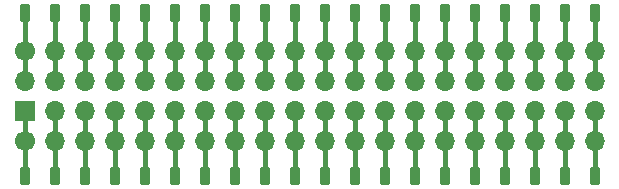
<source format=gbr>
%TF.GenerationSoftware,KiCad,Pcbnew,7.0.9-7.0.9~ubuntu22.04.1*%
%TF.CreationDate,2023-12-26T08:58:09-08:00*%
%TF.ProjectId,devel_adapter,64657665-6c5f-4616-9461-707465722e6b,rev?*%
%TF.SameCoordinates,Original*%
%TF.FileFunction,Copper,L2,Bot*%
%TF.FilePolarity,Positive*%
%FSLAX46Y46*%
G04 Gerber Fmt 4.6, Leading zero omitted, Abs format (unit mm)*
G04 Created by KiCad (PCBNEW 7.0.9-7.0.9~ubuntu22.04.1) date 2023-12-26 08:58:09*
%MOMM*%
%LPD*%
G01*
G04 APERTURE LIST*
G04 Aperture macros list*
%AMRoundRect*
0 Rectangle with rounded corners*
0 $1 Rounding radius*
0 $2 $3 $4 $5 $6 $7 $8 $9 X,Y pos of 4 corners*
0 Add a 4 corners polygon primitive as box body*
4,1,4,$2,$3,$4,$5,$6,$7,$8,$9,$2,$3,0*
0 Add four circle primitives for the rounded corners*
1,1,$1+$1,$2,$3*
1,1,$1+$1,$4,$5*
1,1,$1+$1,$6,$7*
1,1,$1+$1,$8,$9*
0 Add four rect primitives between the rounded corners*
20,1,$1+$1,$2,$3,$4,$5,0*
20,1,$1+$1,$4,$5,$6,$7,0*
20,1,$1+$1,$6,$7,$8,$9,0*
20,1,$1+$1,$8,$9,$2,$3,0*%
G04 Aperture macros list end*
%TA.AperFunction,ComponentPad*%
%ADD10R,1.700000X1.700000*%
%TD*%
%TA.AperFunction,ComponentPad*%
%ADD11O,1.700000X1.700000*%
%TD*%
%TA.AperFunction,ComponentPad*%
%ADD12C,1.700000*%
%TD*%
%TA.AperFunction,ComponentPad*%
%ADD13C,0.800000*%
%TD*%
%TA.AperFunction,SMDPad,CuDef*%
%ADD14RoundRect,0.225000X0.225000X-0.525000X0.225000X0.525000X-0.225000X0.525000X-0.225000X-0.525000X0*%
%TD*%
%TA.AperFunction,Conductor*%
%ADD15C,0.400000*%
%TD*%
G04 APERTURE END LIST*
D10*
%TO.P,J1,1,Pin_1*%
%TO.N,/PIN1*%
X125095000Y-96635000D03*
D11*
%TO.P,J1,2,Pin_2*%
%TO.N,/PIN40*%
X125095000Y-94095000D03*
%TO.P,J1,3,Pin_3*%
%TO.N,/PIN2*%
X127635000Y-96635000D03*
%TO.P,J1,4,Pin_4*%
%TO.N,/PIN39*%
X127635000Y-94095000D03*
%TO.P,J1,5,Pin_5*%
%TO.N,/PIN3*%
X130175000Y-96635000D03*
%TO.P,J1,6,Pin_6*%
%TO.N,/PIN38*%
X130175000Y-94095000D03*
%TO.P,J1,7,Pin_7*%
%TO.N,/PIN4*%
X132715000Y-96635000D03*
%TO.P,J1,8,Pin_8*%
%TO.N,/PIN37*%
X132715000Y-94095000D03*
%TO.P,J1,9,Pin_9*%
%TO.N,/PIN5*%
X135255000Y-96635000D03*
%TO.P,J1,10,Pin_10*%
%TO.N,/PIN36*%
X135255000Y-94095000D03*
%TO.P,J1,11,Pin_11*%
%TO.N,/PIN6*%
X137795000Y-96635000D03*
%TO.P,J1,12,Pin_12*%
%TO.N,/PIN35*%
X137795000Y-94095000D03*
%TO.P,J1,13,Pin_13*%
%TO.N,/PIN7*%
X140335000Y-96635000D03*
%TO.P,J1,14,Pin_14*%
%TO.N,/PIN34*%
X140335000Y-94095000D03*
%TO.P,J1,15,Pin_15*%
%TO.N,/PIN8*%
X142875000Y-96635000D03*
%TO.P,J1,16,Pin_16*%
%TO.N,/PIN33*%
X142875000Y-94095000D03*
%TO.P,J1,17,Pin_17*%
%TO.N,/PIN9*%
X145415000Y-96635000D03*
%TO.P,J1,18,Pin_18*%
%TO.N,/PIN32*%
X145415000Y-94095000D03*
%TO.P,J1,19,Pin_19*%
%TO.N,/PIN10*%
X147955000Y-96635000D03*
%TO.P,J1,20,Pin_20*%
%TO.N,/PIN31*%
X147955000Y-94095000D03*
%TO.P,J1,21,Pin_21*%
%TO.N,/PIN11*%
X150495000Y-96635000D03*
%TO.P,J1,22,Pin_22*%
%TO.N,/PIN30*%
X150495000Y-94095000D03*
%TO.P,J1,23,Pin_23*%
%TO.N,/PIN12*%
X153035000Y-96635000D03*
%TO.P,J1,24,Pin_24*%
%TO.N,/PIN29*%
X153035000Y-94095000D03*
%TO.P,J1,25,Pin_25*%
%TO.N,/PIN13*%
X155575000Y-96635000D03*
%TO.P,J1,26,Pin_26*%
%TO.N,/PIN28*%
X155575000Y-94095000D03*
%TO.P,J1,27,Pin_27*%
%TO.N,/PIN14*%
X158115000Y-96635000D03*
%TO.P,J1,28,Pin_28*%
%TO.N,/PIN27*%
X158115000Y-94095000D03*
%TO.P,J1,29,Pin_29*%
%TO.N,/PIN15*%
X160655000Y-96635000D03*
%TO.P,J1,30,Pin_30*%
%TO.N,/PIN26*%
X160655000Y-94095000D03*
%TO.P,J1,31,Pin_31*%
%TO.N,/PIN16*%
X163195000Y-96635000D03*
%TO.P,J1,32,Pin_32*%
%TO.N,/PIN25*%
X163195000Y-94095000D03*
%TO.P,J1,33,Pin_33*%
%TO.N,/PIN17*%
X165735000Y-96635000D03*
%TO.P,J1,34,Pin_34*%
%TO.N,/PIN24*%
X165735000Y-94095000D03*
%TO.P,J1,35,Pin_35*%
%TO.N,/PIN18*%
X168275000Y-96635000D03*
%TO.P,J1,36,Pin_36*%
%TO.N,/PIN23*%
X168275000Y-94095000D03*
%TO.P,J1,37,Pin_37*%
%TO.N,/PIN19*%
X170815000Y-96635000D03*
%TO.P,J1,38,Pin_38*%
%TO.N,/PIN22*%
X170815000Y-94095000D03*
%TO.P,J1,39,Pin_39*%
%TO.N,/PIN20*%
X173355000Y-96635000D03*
%TO.P,J1,40,Pin_40*%
%TO.N,/PIN21*%
X173355000Y-94095000D03*
%TD*%
%TO.P,J3,20,Pin_20*%
%TO.N,/PIN20*%
X173355000Y-99175000D03*
%TO.P,J3,19,Pin_19*%
%TO.N,/PIN19*%
X170815000Y-99175000D03*
%TO.P,J3,18,Pin_18*%
%TO.N,/PIN18*%
X168275000Y-99175000D03*
%TO.P,J3,17,Pin_17*%
%TO.N,/PIN17*%
X165735000Y-99175000D03*
%TO.P,J3,16,Pin_16*%
%TO.N,/PIN16*%
X163195000Y-99175000D03*
%TO.P,J3,15,Pin_15*%
%TO.N,/PIN15*%
X160655000Y-99175000D03*
%TO.P,J3,14,Pin_14*%
%TO.N,/PIN14*%
X158115000Y-99175000D03*
%TO.P,J3,13,Pin_13*%
%TO.N,/PIN13*%
X155575000Y-99175000D03*
%TO.P,J3,12,Pin_12*%
%TO.N,/PIN12*%
X153035000Y-99175000D03*
%TO.P,J3,11,Pin_11*%
%TO.N,/PIN11*%
X150495000Y-99175000D03*
%TO.P,J3,10,Pin_10*%
%TO.N,/PIN10*%
X147955000Y-99175000D03*
%TO.P,J3,9,Pin_9*%
%TO.N,/PIN9*%
X145415000Y-99175000D03*
%TO.P,J3,8,Pin_8*%
%TO.N,/PIN8*%
X142875000Y-99175000D03*
%TO.P,J3,7,Pin_7*%
%TO.N,/PIN7*%
X140335000Y-99175000D03*
%TO.P,J3,6,Pin_6*%
%TO.N,/PIN6*%
X137795000Y-99175000D03*
%TO.P,J3,5,Pin_5*%
%TO.N,/PIN5*%
X135255000Y-99175000D03*
%TO.P,J3,4,Pin_4*%
%TO.N,/PIN4*%
X132715000Y-99175000D03*
%TO.P,J3,3,Pin_3*%
%TO.N,/PIN3*%
X130175000Y-99175000D03*
%TO.P,J3,2,Pin_2*%
%TO.N,/PIN2*%
X127635000Y-99175000D03*
D12*
%TO.P,J3,1,Pin_1*%
%TO.N,/PIN1*%
X125095000Y-99175000D03*
%TD*%
%TO.P,J2,1,Pin_1*%
%TO.N,/PIN40*%
X125095000Y-91555000D03*
D11*
%TO.P,J2,2,Pin_2*%
%TO.N,/PIN39*%
X127635000Y-91555000D03*
%TO.P,J2,3,Pin_3*%
%TO.N,/PIN38*%
X130175000Y-91555000D03*
%TO.P,J2,4,Pin_4*%
%TO.N,/PIN37*%
X132715000Y-91555000D03*
%TO.P,J2,5,Pin_5*%
%TO.N,/PIN36*%
X135255000Y-91555000D03*
%TO.P,J2,6,Pin_6*%
%TO.N,/PIN35*%
X137795000Y-91555000D03*
%TO.P,J2,7,Pin_7*%
%TO.N,/PIN34*%
X140335000Y-91555000D03*
%TO.P,J2,8,Pin_8*%
%TO.N,/PIN33*%
X142875000Y-91555000D03*
%TO.P,J2,9,Pin_9*%
%TO.N,/PIN32*%
X145415000Y-91555000D03*
%TO.P,J2,10,Pin_10*%
%TO.N,/PIN31*%
X147955000Y-91555000D03*
%TO.P,J2,11,Pin_11*%
%TO.N,/PIN30*%
X150495000Y-91555000D03*
%TO.P,J2,12,Pin_12*%
%TO.N,/PIN29*%
X153035000Y-91555000D03*
%TO.P,J2,13,Pin_13*%
%TO.N,/PIN28*%
X155575000Y-91555000D03*
%TO.P,J2,14,Pin_14*%
%TO.N,/PIN27*%
X158115000Y-91555000D03*
%TO.P,J2,15,Pin_15*%
%TO.N,/PIN26*%
X160655000Y-91555000D03*
%TO.P,J2,16,Pin_16*%
%TO.N,/PIN25*%
X163195000Y-91555000D03*
%TO.P,J2,17,Pin_17*%
%TO.N,/PIN24*%
X165735000Y-91555000D03*
%TO.P,J2,18,Pin_18*%
%TO.N,/PIN23*%
X168275000Y-91555000D03*
%TO.P,J2,19,Pin_19*%
%TO.N,/PIN22*%
X170815000Y-91555000D03*
%TO.P,J2,20,Pin_20*%
%TO.N,/PIN21*%
X173355000Y-91555000D03*
%TD*%
D13*
%TO.P,SOCKET1,1,Pin_1*%
%TO.N,/PIN1*%
X125095000Y-102120000D03*
D14*
X125095000Y-102120000D03*
D13*
%TO.P,SOCKET1,2,Pin_2*%
%TO.N,/PIN2*%
X127635000Y-102120000D03*
D14*
X127635000Y-102120000D03*
D13*
%TO.P,SOCKET1,3,Pin_3*%
%TO.N,/PIN3*%
X130175000Y-102120000D03*
D14*
X130175000Y-102120000D03*
D13*
%TO.P,SOCKET1,4,Pin_4*%
%TO.N,/PIN4*%
X132715000Y-102120000D03*
D14*
X132715000Y-102120000D03*
D13*
%TO.P,SOCKET1,5,Pin_5*%
%TO.N,/PIN5*%
X135255000Y-102120000D03*
D14*
X135255000Y-102120000D03*
D13*
%TO.P,SOCKET1,6,Pin_6*%
%TO.N,/PIN6*%
X137795000Y-102120000D03*
D14*
X137795000Y-102120000D03*
D13*
%TO.P,SOCKET1,7,Pin_7*%
%TO.N,/PIN7*%
X140335000Y-102120000D03*
D14*
X140335000Y-102120000D03*
D13*
%TO.P,SOCKET1,8,Pin_8*%
%TO.N,/PIN8*%
X142875000Y-102120000D03*
D14*
X142875000Y-102120000D03*
D13*
%TO.P,SOCKET1,9,Pin_9*%
%TO.N,/PIN9*%
X145415000Y-102120000D03*
D14*
X145415000Y-102120000D03*
D13*
%TO.P,SOCKET1,10,Pin_10*%
%TO.N,/PIN10*%
X147955000Y-102120000D03*
D14*
X147955000Y-102120000D03*
D13*
%TO.P,SOCKET1,11,Pin_11*%
%TO.N,/PIN11*%
X150495000Y-102120000D03*
D14*
X150495000Y-102120000D03*
D13*
%TO.P,SOCKET1,12,Pin_12*%
%TO.N,/PIN12*%
X153035000Y-102120000D03*
D14*
X153035000Y-102120000D03*
D13*
%TO.P,SOCKET1,13,Pin_13*%
%TO.N,/PIN13*%
X155575000Y-102120000D03*
D14*
X155575000Y-102120000D03*
D13*
%TO.P,SOCKET1,14,Pin_14*%
%TO.N,/PIN14*%
X158115000Y-102120000D03*
D14*
X158115000Y-102120000D03*
D13*
%TO.P,SOCKET1,15,Pin_15*%
%TO.N,/PIN15*%
X160655000Y-102120000D03*
D14*
X160655000Y-102120000D03*
D13*
%TO.P,SOCKET1,16,Pin_16*%
%TO.N,/PIN16*%
X163195000Y-102120000D03*
D14*
X163195000Y-102120000D03*
D13*
%TO.P,SOCKET1,17,Pin_17*%
%TO.N,/PIN17*%
X165735000Y-102120000D03*
D14*
X165735000Y-102120000D03*
D13*
%TO.P,SOCKET1,18,Pin_18*%
%TO.N,/PIN18*%
X168275000Y-102120000D03*
D14*
X168275000Y-102120000D03*
D13*
%TO.P,SOCKET1,19,Pin_19*%
%TO.N,/PIN19*%
X170815000Y-102120000D03*
D14*
X170815000Y-102120000D03*
D13*
%TO.P,SOCKET1,20,Pin_20*%
%TO.N,/PIN20*%
X173355000Y-102120000D03*
D14*
X173355000Y-102120000D03*
D13*
%TO.P,SOCKET1,21,Pin_21*%
%TO.N,/PIN21*%
X173355000Y-88380000D03*
D14*
X173355000Y-88380000D03*
D13*
%TO.P,SOCKET1,22,Pin_22*%
%TO.N,/PIN22*%
X170815000Y-88380000D03*
D14*
X170815000Y-88380000D03*
D13*
%TO.P,SOCKET1,23,Pin_23*%
%TO.N,/PIN23*%
X168275000Y-88380000D03*
D14*
X168275000Y-88380000D03*
D13*
%TO.P,SOCKET1,24,Pin_24*%
%TO.N,/PIN24*%
X165735000Y-88380000D03*
D14*
X165735000Y-88380000D03*
D13*
%TO.P,SOCKET1,25,Pin_25*%
%TO.N,/PIN25*%
X163195000Y-88380000D03*
D14*
X163195000Y-88380000D03*
D13*
%TO.P,SOCKET1,26,Pin_26*%
%TO.N,/PIN26*%
X160655000Y-88380000D03*
D14*
X160655000Y-88380000D03*
D13*
%TO.P,SOCKET1,27,Pin_27*%
%TO.N,/PIN27*%
X158115000Y-88380000D03*
D14*
X158115000Y-88380000D03*
D13*
%TO.P,SOCKET1,28,Pin_28*%
%TO.N,/PIN28*%
X155575000Y-88380000D03*
D14*
X155575000Y-88380000D03*
D13*
%TO.P,SOCKET1,29,Pin_29*%
%TO.N,/PIN29*%
X153035000Y-88380000D03*
D14*
X153035000Y-88380000D03*
D13*
%TO.P,SOCKET1,30,Pin_30*%
%TO.N,/PIN30*%
X150495000Y-88380000D03*
D14*
X150495000Y-88380000D03*
D13*
%TO.P,SOCKET1,31,Pin_31*%
%TO.N,/PIN31*%
X147955000Y-88380000D03*
D14*
X147955000Y-88380000D03*
D13*
%TO.P,SOCKET1,32,Pin_32*%
%TO.N,/PIN32*%
X145415000Y-88380000D03*
D14*
X145415000Y-88380000D03*
D13*
%TO.P,SOCKET1,33,Pin_33*%
%TO.N,/PIN33*%
X142875000Y-88380000D03*
D14*
X142875000Y-88380000D03*
D13*
%TO.P,SOCKET1,34,Pin_34*%
%TO.N,/PIN34*%
X140335000Y-88380000D03*
D14*
X140335000Y-88380000D03*
D13*
%TO.P,SOCKET1,35,Pin_35*%
%TO.N,/PIN35*%
X137795000Y-88380000D03*
D14*
X137795000Y-88380000D03*
D13*
%TO.P,SOCKET1,36,Pin_36*%
%TO.N,/PIN36*%
X135255000Y-88380000D03*
D14*
X135255000Y-88380000D03*
D13*
%TO.P,SOCKET1,37,Pin_37*%
%TO.N,/PIN37*%
X132715000Y-88380000D03*
D14*
X132715000Y-88380000D03*
D13*
%TO.P,SOCKET1,38,Pin_38*%
%TO.N,/PIN38*%
X130175000Y-88380000D03*
D14*
X130175000Y-88380000D03*
D13*
%TO.P,SOCKET1,39,Pin_39*%
%TO.N,/PIN39*%
X127635000Y-88380000D03*
D14*
X127635000Y-88380000D03*
D13*
%TO.P,SOCKET1,40,Pin_40*%
%TO.N,/PIN40*%
X125095000Y-88380000D03*
D14*
X125095000Y-88380000D03*
%TD*%
D15*
%TO.N,/PIN1*%
X125095000Y-96635000D02*
X125095000Y-102120000D01*
%TO.N,/PIN2*%
X127635000Y-96635000D02*
X127635000Y-102120000D01*
%TO.N,/PIN3*%
X130175000Y-96635000D02*
X130175000Y-102120000D01*
%TO.N,/PIN4*%
X132715000Y-96635000D02*
X132715000Y-102120000D01*
%TO.N,/PIN5*%
X135255000Y-96635000D02*
X135255000Y-102120000D01*
%TO.N,/PIN6*%
X137795000Y-96635000D02*
X137795000Y-102120000D01*
%TO.N,/PIN7*%
X140335000Y-96635000D02*
X140335000Y-102120000D01*
%TO.N,/PIN8*%
X142875000Y-96635000D02*
X142875000Y-102120000D01*
%TO.N,/PIN9*%
X145415000Y-96635000D02*
X145415000Y-102120000D01*
%TO.N,/PIN10*%
X147955000Y-96635000D02*
X147955000Y-102120000D01*
%TO.N,/PIN11*%
X150495000Y-96635000D02*
X150495000Y-102120000D01*
%TO.N,/PIN12*%
X153035000Y-96635000D02*
X153035000Y-102120000D01*
%TO.N,/PIN13*%
X155575000Y-96635000D02*
X155575000Y-102120000D01*
%TO.N,/PIN14*%
X158115000Y-96635000D02*
X158115000Y-102120000D01*
%TO.N,/PIN16*%
X163195000Y-96635000D02*
X163195000Y-102120000D01*
%TO.N,/PIN17*%
X165735000Y-96635000D02*
X165735000Y-102120000D01*
%TO.N,/PIN18*%
X168275000Y-96635000D02*
X168275000Y-102120000D01*
%TO.N,/PIN19*%
X170815000Y-96635000D02*
X170815000Y-102120000D01*
%TO.N,/PIN20*%
X173355000Y-96635000D02*
X173355000Y-102120000D01*
%TO.N,/PIN21*%
X173355000Y-88380000D02*
X173355000Y-94095000D01*
%TO.N,/PIN22*%
X170815000Y-88380000D02*
X170815000Y-94095000D01*
%TO.N,/PIN23*%
X168275000Y-88380000D02*
X168275000Y-94095000D01*
%TO.N,/PIN24*%
X165735000Y-88380000D02*
X165735000Y-94095000D01*
%TO.N,/PIN25*%
X163195000Y-88380000D02*
X163195000Y-94095000D01*
%TO.N,/PIN26*%
X160655000Y-88380000D02*
X160655000Y-94095000D01*
%TO.N,/PIN27*%
X158115000Y-88380000D02*
X158115000Y-94095000D01*
%TO.N,/PIN28*%
X155575000Y-88380000D02*
X155575000Y-94095000D01*
%TO.N,/PIN29*%
X153035000Y-88380000D02*
X153035000Y-94095000D01*
%TO.N,/PIN30*%
X150495000Y-88380000D02*
X150495000Y-94095000D01*
%TO.N,/PIN31*%
X147955000Y-88380000D02*
X147955000Y-94095000D01*
%TO.N,/PIN32*%
X145415000Y-88380000D02*
X145415000Y-94095000D01*
%TO.N,/PIN33*%
X142875000Y-88380000D02*
X142875000Y-94095000D01*
%TO.N,/PIN34*%
X140335000Y-88380000D02*
X140335000Y-94095000D01*
%TO.N,/PIN35*%
X137795000Y-88380000D02*
X137795000Y-94095000D01*
%TO.N,/PIN36*%
X135255000Y-88380000D02*
X135255000Y-94095000D01*
%TO.N,/PIN37*%
X132715000Y-88380000D02*
X132715000Y-94095000D01*
%TO.N,/PIN38*%
X130175000Y-88380000D02*
X130175000Y-94095000D01*
%TO.N,/PIN39*%
X127635000Y-88380000D02*
X127635000Y-94095000D01*
%TO.N,/PIN40*%
X125095000Y-88380000D02*
X125095000Y-94095000D01*
%TO.N,/PIN15*%
X160655000Y-96635000D02*
X160655000Y-102120000D01*
%TD*%
M02*

</source>
